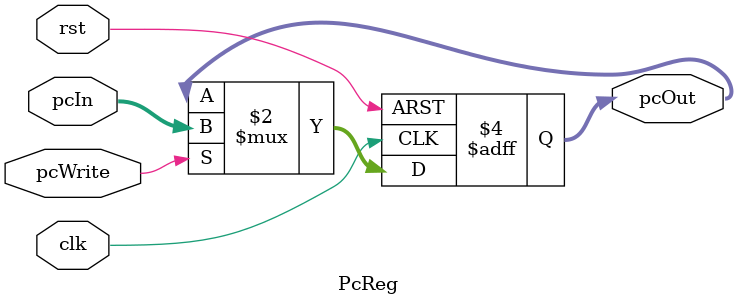
<source format=v>
`timescale 1ns/1ns
module PcReg (clk, rst, pcWrite, pcIn, pcOut);
  input clk, rst, pcWrite;
  input [31:0] pcIn;
  output reg [31:0] pcOut;
  always@(posedge clk, posedge rst) begin
    if (rst)
      pcOut <= 32'b0;
    else if (pcWrite)
      pcOut <= pcIn;
  end
endmodule





</source>
